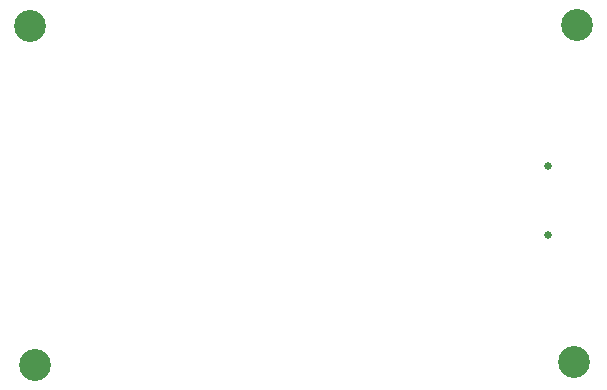
<source format=gbr>
%TF.GenerationSoftware,KiCad,Pcbnew,8.0.2*%
%TF.CreationDate,2025-07-19T08:03:12+07:00*%
%TF.ProjectId,PicoLink,5069636f-4c69-46e6-9b2e-6b696361645f,rev?*%
%TF.SameCoordinates,Original*%
%TF.FileFunction,NonPlated,1,2,NPTH,Drill*%
%TF.FilePolarity,Positive*%
%FSLAX46Y46*%
G04 Gerber Fmt 4.6, Leading zero omitted, Abs format (unit mm)*
G04 Created by KiCad (PCBNEW 8.0.2) date 2025-07-19 08:03:12*
%MOMM*%
%LPD*%
G01*
G04 APERTURE LIST*
%TA.AperFunction,ComponentDrill*%
%ADD10C,0.650000*%
%TD*%
%TA.AperFunction,ComponentDrill*%
%ADD11C,2.700000*%
%TD*%
G04 APERTURE END LIST*
D10*
%TO.C,J2*%
X173895000Y-96890000D03*
X173895002Y-91110000D03*
D11*
%TO.C,H6*%
X130100000Y-79200000D03*
%TO.C,H4*%
X130500000Y-107900000D03*
%TO.C,H3*%
X176100000Y-107700000D03*
%TO.C,H5*%
X176350000Y-79150000D03*
M02*

</source>
